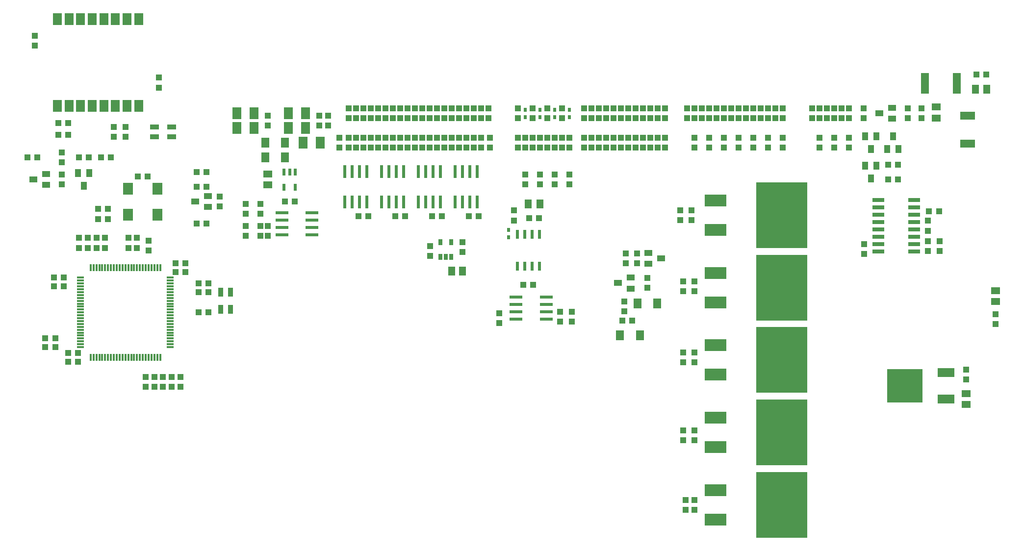
<source format=gtp>
G75*
%MOIN*%
%OFA0B0*%
%FSLAX25Y25*%
%IPPOS*%
%LPD*%
%AMOC8*
5,1,8,0,0,1.08239X$1,22.5*
%
%ADD10R,0.05906X0.05118*%
%ADD11R,0.03937X0.04331*%
%ADD12R,0.10236X0.05709*%
%ADD13R,0.05512X0.14016*%
%ADD14R,0.24409X0.22835*%
%ADD15R,0.11811X0.06299*%
%ADD16R,0.08661X0.02362*%
%ADD17R,0.04331X0.03937*%
%ADD18R,0.02362X0.04724*%
%ADD19R,0.05512X0.07087*%
%ADD20R,0.02362X0.08661*%
%ADD21R,0.05512X0.03937*%
%ADD22R,0.15000X0.08200*%
%ADD23R,0.35000X0.45000*%
%ADD24R,0.02400X0.06000*%
%ADD25R,0.01969X0.02756*%
%ADD26R,0.05118X0.05906*%
%ADD27R,0.01181X0.04724*%
%ADD28R,0.04724X0.01181*%
%ADD29R,0.07087X0.07874*%
%ADD30R,0.04134X0.04252*%
%ADD31R,0.03937X0.05512*%
%ADD32R,0.05906X0.07874*%
%ADD33R,0.05906X0.03543*%
%ADD34R,0.05118X0.06299*%
%ADD35R,0.08000X0.02600*%
%ADD36R,0.04252X0.04134*%
%ADD37R,0.03543X0.05906*%
%ADD38R,0.02700X0.03900*%
D10*
X0255902Y0340567D03*
X0255902Y0348047D03*
X0710277Y0386192D03*
X0710277Y0393672D03*
X0750705Y0268795D03*
X0750705Y0261315D03*
X0730705Y0198795D03*
X0730705Y0191315D03*
D11*
X0730705Y0208441D03*
X0730705Y0215134D03*
X0750705Y0245961D03*
X0750705Y0252654D03*
X0661493Y0293756D03*
X0661493Y0300449D03*
X0677556Y0344307D03*
X0684249Y0344307D03*
X0684249Y0354307D03*
X0677556Y0354307D03*
X0650902Y0365961D03*
X0640902Y0365961D03*
X0640902Y0372654D03*
X0650902Y0372654D03*
X0645902Y0385961D03*
X0635902Y0385961D03*
X0625902Y0385961D03*
X0625902Y0392654D03*
X0635902Y0392654D03*
X0645902Y0392654D03*
X0630902Y0372654D03*
X0630902Y0365961D03*
X0605902Y0365961D03*
X0595902Y0365961D03*
X0585902Y0365961D03*
X0575902Y0365961D03*
X0575902Y0372654D03*
X0585902Y0372654D03*
X0595902Y0372654D03*
X0605902Y0372654D03*
X0600902Y0385961D03*
X0590902Y0385961D03*
X0590902Y0392654D03*
X0600902Y0392654D03*
X0580902Y0392654D03*
X0570902Y0392654D03*
X0560902Y0392654D03*
X0550902Y0392654D03*
X0550902Y0385961D03*
X0560902Y0385961D03*
X0570902Y0385961D03*
X0580902Y0385961D03*
X0565902Y0372654D03*
X0555902Y0372654D03*
X0545902Y0372654D03*
X0545902Y0365961D03*
X0555902Y0365961D03*
X0565902Y0365961D03*
X0540902Y0385961D03*
X0540902Y0392654D03*
X0520902Y0392654D03*
X0510902Y0392654D03*
X0510902Y0385961D03*
X0520902Y0385961D03*
X0515902Y0372654D03*
X0505902Y0372654D03*
X0495902Y0372654D03*
X0485902Y0372654D03*
X0485902Y0365961D03*
X0495902Y0365961D03*
X0505902Y0365961D03*
X0515902Y0365961D03*
X0525902Y0365961D03*
X0525902Y0372654D03*
X0500902Y0385961D03*
X0490902Y0385961D03*
X0480902Y0385961D03*
X0470902Y0385961D03*
X0470902Y0392654D03*
X0480902Y0392654D03*
X0490902Y0392654D03*
X0500902Y0392654D03*
X0475902Y0372654D03*
X0475902Y0365961D03*
X0460902Y0365961D03*
X0450902Y0365961D03*
X0440902Y0365961D03*
X0430902Y0365961D03*
X0430902Y0372654D03*
X0440902Y0372654D03*
X0450902Y0372654D03*
X0460902Y0372654D03*
X0455902Y0385961D03*
X0445902Y0385961D03*
X0445902Y0392654D03*
X0455902Y0392654D03*
X0435902Y0392654D03*
X0425902Y0392654D03*
X0425902Y0385961D03*
X0435902Y0385961D03*
X0405902Y0385961D03*
X0405902Y0392654D03*
X0395902Y0392654D03*
X0385902Y0392654D03*
X0375902Y0392654D03*
X0365902Y0392654D03*
X0365902Y0385961D03*
X0375902Y0385961D03*
X0385902Y0385961D03*
X0395902Y0385961D03*
X0395902Y0372654D03*
X0390902Y0372654D03*
X0385902Y0372654D03*
X0375902Y0372654D03*
X0365902Y0372654D03*
X0365902Y0365961D03*
X0375902Y0365961D03*
X0385902Y0365961D03*
X0390902Y0365961D03*
X0395902Y0365961D03*
X0355902Y0365961D03*
X0345902Y0365961D03*
X0335902Y0365961D03*
X0325902Y0365961D03*
X0315902Y0365961D03*
X0315902Y0372654D03*
X0325902Y0372654D03*
X0335902Y0372654D03*
X0345902Y0372654D03*
X0355902Y0372654D03*
X0355902Y0385961D03*
X0345902Y0385961D03*
X0335902Y0385961D03*
X0325902Y0385961D03*
X0315902Y0385961D03*
X0315902Y0392654D03*
X0325902Y0392654D03*
X0335902Y0392654D03*
X0345902Y0392654D03*
X0355902Y0392654D03*
X0423264Y0323205D03*
X0423264Y0316512D03*
X0388269Y0301758D03*
X0388269Y0295065D03*
X0366444Y0292358D03*
X0366444Y0299051D03*
X0413422Y0253323D03*
X0413422Y0246630D03*
X0496847Y0248323D03*
X0503540Y0248323D03*
X0700277Y0385961D03*
X0700277Y0392654D03*
X0255902Y0312654D03*
X0255902Y0305961D03*
X0223402Y0325961D03*
X0223402Y0332654D03*
X0174997Y0302575D03*
X0174997Y0295882D03*
X0167123Y0297850D03*
X0161217Y0297850D03*
X0161217Y0304543D03*
X0167123Y0304543D03*
X0145469Y0304543D03*
X0145469Y0297850D03*
X0133658Y0297850D03*
X0127753Y0297850D03*
X0127753Y0304543D03*
X0133658Y0304543D03*
X0147438Y0317535D03*
X0147438Y0324228D03*
X0149249Y0359307D03*
X0142556Y0359307D03*
X0134249Y0359307D03*
X0127556Y0359307D03*
X0120351Y0374780D03*
X0113658Y0374780D03*
X0113658Y0382654D03*
X0120351Y0382654D03*
X0099249Y0359307D03*
X0092556Y0359307D03*
X0209052Y0273638D03*
X0209052Y0267732D03*
X0215745Y0267732D03*
X0215745Y0273638D03*
X0215745Y0253953D03*
X0209052Y0253953D03*
X0196650Y0210055D03*
X0190745Y0210055D03*
X0184839Y0210055D03*
X0184839Y0203362D03*
X0190745Y0203362D03*
X0196650Y0203362D03*
D12*
X0731581Y0368594D03*
X0731581Y0387845D03*
D13*
X0724313Y0409829D03*
X0702817Y0409829D03*
D14*
X0688855Y0203913D03*
D15*
X0717123Y0194937D03*
X0717123Y0212890D03*
D16*
X0445312Y0249366D03*
X0445312Y0254366D03*
X0445312Y0259366D03*
X0445312Y0264366D03*
X0424839Y0264366D03*
X0424839Y0259366D03*
X0424839Y0254366D03*
X0424839Y0249366D03*
X0286138Y0306807D03*
X0286138Y0311807D03*
X0286138Y0316807D03*
X0286138Y0321807D03*
X0265666Y0321807D03*
X0265666Y0316807D03*
X0265666Y0311807D03*
X0265666Y0306807D03*
D17*
X0250902Y0305961D03*
X0250902Y0312654D03*
X0250902Y0320961D03*
X0250902Y0327654D03*
X0240902Y0327654D03*
X0240902Y0320961D03*
X0240902Y0312654D03*
X0240902Y0305961D03*
X0214249Y0314307D03*
X0207556Y0314307D03*
X0207556Y0339307D03*
X0214249Y0339307D03*
X0214249Y0349307D03*
X0207556Y0349307D03*
X0159327Y0373402D03*
X0159327Y0380094D03*
X0151453Y0380094D03*
X0151453Y0373402D03*
X0115902Y0362654D03*
X0115902Y0355961D03*
X0115902Y0347654D03*
X0115902Y0340961D03*
X0140548Y0324228D03*
X0140548Y0317535D03*
X0139564Y0304543D03*
X0139564Y0297850D03*
X0117320Y0277575D03*
X0117320Y0271669D03*
X0110627Y0271669D03*
X0110627Y0277575D03*
X0120469Y0226394D03*
X0120469Y0220488D03*
X0127162Y0220488D03*
X0127162Y0226394D03*
X0193304Y0281512D03*
X0193304Y0287417D03*
X0199997Y0287417D03*
X0199997Y0281512D03*
X0267556Y0329307D03*
X0274249Y0329307D03*
X0317556Y0319307D03*
X0324249Y0319307D03*
X0342556Y0319307D03*
X0349249Y0319307D03*
X0367556Y0319307D03*
X0374249Y0319307D03*
X0392556Y0319307D03*
X0399249Y0319307D03*
X0433698Y0317890D03*
X0440390Y0317890D03*
X0440902Y0340961D03*
X0430902Y0340961D03*
X0430902Y0347654D03*
X0440902Y0347654D03*
X0450902Y0347654D03*
X0460902Y0347654D03*
X0460902Y0340961D03*
X0450902Y0340961D03*
X0445902Y0365961D03*
X0455902Y0365961D03*
X0455902Y0372654D03*
X0445902Y0372654D03*
X0435902Y0372654D03*
X0425902Y0372654D03*
X0425902Y0365961D03*
X0435902Y0365961D03*
X0407152Y0365961D03*
X0400902Y0365961D03*
X0400902Y0372654D03*
X0407152Y0372654D03*
X0400902Y0385961D03*
X0390902Y0385961D03*
X0380902Y0385961D03*
X0380902Y0392654D03*
X0390902Y0392654D03*
X0400902Y0392654D03*
X0380902Y0372654D03*
X0380902Y0365961D03*
X0370902Y0365961D03*
X0360902Y0365961D03*
X0350902Y0365961D03*
X0340902Y0365961D03*
X0340902Y0372654D03*
X0350902Y0372654D03*
X0360902Y0372654D03*
X0370902Y0372654D03*
X0370902Y0385961D03*
X0360902Y0385961D03*
X0350902Y0385961D03*
X0340902Y0385961D03*
X0340902Y0392654D03*
X0350902Y0392654D03*
X0360902Y0392654D03*
X0370902Y0392654D03*
X0330902Y0392654D03*
X0320902Y0392654D03*
X0310902Y0392654D03*
X0310902Y0385961D03*
X0320902Y0385961D03*
X0330902Y0385961D03*
X0330902Y0372654D03*
X0320902Y0372654D03*
X0310902Y0372654D03*
X0304652Y0372654D03*
X0297152Y0380961D03*
X0290902Y0380961D03*
X0290902Y0387654D03*
X0297152Y0387654D03*
X0304652Y0365961D03*
X0310902Y0365961D03*
X0320902Y0365961D03*
X0330902Y0365961D03*
X0255902Y0380961D03*
X0255902Y0387654D03*
X0181965Y0406866D03*
X0181965Y0413559D03*
X0097792Y0435291D03*
X0097792Y0441984D03*
X0429760Y0272614D03*
X0436453Y0272614D03*
X0454760Y0254307D03*
X0454760Y0247614D03*
X0462635Y0247614D03*
X0462635Y0254307D03*
X0498225Y0254819D03*
X0498225Y0261512D03*
X0513973Y0270567D03*
X0513973Y0277260D03*
X0507083Y0287299D03*
X0507083Y0293992D03*
X0499209Y0293992D03*
X0499209Y0287299D03*
X0538186Y0275094D03*
X0538186Y0268402D03*
X0546060Y0268402D03*
X0546060Y0275094D03*
X0544091Y0316630D03*
X0544091Y0323323D03*
X0536217Y0323323D03*
X0536217Y0316630D03*
X0520902Y0365961D03*
X0510902Y0365961D03*
X0510902Y0372654D03*
X0520902Y0372654D03*
X0515902Y0385961D03*
X0505902Y0385961D03*
X0495902Y0385961D03*
X0485902Y0385961D03*
X0485902Y0392654D03*
X0495902Y0392654D03*
X0505902Y0392654D03*
X0515902Y0392654D03*
X0525902Y0392654D03*
X0525902Y0385961D03*
X0545902Y0385961D03*
X0555902Y0385961D03*
X0565902Y0385961D03*
X0565902Y0392654D03*
X0555902Y0392654D03*
X0545902Y0392654D03*
X0575902Y0392654D03*
X0585902Y0392654D03*
X0595902Y0392654D03*
X0605902Y0392654D03*
X0605902Y0385961D03*
X0595902Y0385961D03*
X0585902Y0385961D03*
X0575902Y0385961D03*
X0630902Y0385961D03*
X0630902Y0392654D03*
X0640902Y0392654D03*
X0650902Y0392654D03*
X0660902Y0392654D03*
X0660902Y0385961D03*
X0650902Y0385961D03*
X0640902Y0385961D03*
X0690902Y0385961D03*
X0690902Y0392654D03*
X0737556Y0415557D03*
X0744249Y0415557D03*
X0500902Y0372654D03*
X0490902Y0372654D03*
X0480902Y0372654D03*
X0470902Y0372654D03*
X0470902Y0365961D03*
X0480902Y0365961D03*
X0490902Y0365961D03*
X0500902Y0365961D03*
X0475902Y0385961D03*
X0475902Y0392654D03*
X0538186Y0226866D03*
X0538186Y0220173D03*
X0546060Y0220173D03*
X0546060Y0226866D03*
X0546060Y0173717D03*
X0538186Y0173717D03*
X0538186Y0167024D03*
X0546060Y0167024D03*
X0546060Y0126472D03*
X0540154Y0126472D03*
X0540154Y0119780D03*
X0546060Y0119780D03*
D18*
X0274642Y0339165D03*
X0267162Y0339165D03*
X0267162Y0349449D03*
X0270902Y0349449D03*
X0274642Y0349449D03*
D19*
X0267595Y0359307D03*
X0267595Y0369307D03*
X0254209Y0369307D03*
X0254209Y0359307D03*
X0495469Y0238480D03*
X0508855Y0238480D03*
X0507280Y0260134D03*
X0520666Y0260134D03*
D20*
X0398402Y0329071D03*
X0393402Y0329071D03*
X0388402Y0329071D03*
X0383402Y0329071D03*
X0373402Y0329071D03*
X0368402Y0329071D03*
X0363402Y0329071D03*
X0358402Y0329071D03*
X0348402Y0329071D03*
X0343402Y0329071D03*
X0338402Y0329071D03*
X0333402Y0329071D03*
X0323402Y0329071D03*
X0318402Y0329071D03*
X0313402Y0329071D03*
X0308402Y0329071D03*
X0308402Y0349543D03*
X0313402Y0349543D03*
X0318402Y0349543D03*
X0323402Y0349543D03*
X0333402Y0349543D03*
X0338402Y0349543D03*
X0343402Y0349543D03*
X0348402Y0349543D03*
X0358402Y0349543D03*
X0363402Y0349543D03*
X0368402Y0349543D03*
X0373402Y0349543D03*
X0383402Y0349543D03*
X0388402Y0349543D03*
X0393402Y0349543D03*
X0398402Y0349543D03*
D21*
X0502556Y0277654D03*
X0493894Y0273913D03*
X0502556Y0270173D03*
X0514564Y0286906D03*
X0514564Y0294386D03*
X0523225Y0290646D03*
X0671572Y0389307D03*
X0680233Y0385567D03*
X0680233Y0393047D03*
X0215233Y0333047D03*
X0206572Y0329307D03*
X0215233Y0325567D03*
X0105233Y0340567D03*
X0105233Y0348047D03*
X0096572Y0344307D03*
D22*
X0560272Y0329976D03*
X0560272Y0309976D03*
X0560272Y0280764D03*
X0560272Y0260764D03*
X0560272Y0231551D03*
X0560272Y0211551D03*
X0560272Y0182339D03*
X0560272Y0162339D03*
X0560272Y0133126D03*
X0560272Y0113126D03*
D23*
X0605272Y0123126D03*
X0605272Y0172339D03*
X0605272Y0221551D03*
X0605272Y0270764D03*
X0605272Y0319976D03*
D24*
X0440607Y0307036D03*
X0435607Y0307036D03*
X0430607Y0307036D03*
X0425607Y0307036D03*
X0425607Y0285436D03*
X0430607Y0285436D03*
X0435607Y0285436D03*
X0440607Y0285436D03*
D25*
X0419620Y0304898D03*
X0419620Y0310016D03*
X0430902Y0386551D03*
X0430902Y0391669D03*
X0440902Y0391669D03*
X0440902Y0386551D03*
X0450902Y0386551D03*
X0450902Y0391669D03*
X0460902Y0391669D03*
X0460902Y0386551D03*
D26*
X0388447Y0282191D03*
X0380966Y0282191D03*
X0737162Y0405557D03*
X0744642Y0405557D03*
D27*
X0182871Y0284465D03*
X0180902Y0284465D03*
X0178934Y0284465D03*
X0176965Y0284465D03*
X0174997Y0284465D03*
X0173028Y0284465D03*
X0171060Y0284465D03*
X0169091Y0284465D03*
X0167123Y0284465D03*
X0165154Y0284465D03*
X0163186Y0284465D03*
X0161217Y0284465D03*
X0159249Y0284465D03*
X0157280Y0284465D03*
X0155312Y0284465D03*
X0153343Y0284465D03*
X0151375Y0284465D03*
X0149406Y0284465D03*
X0147438Y0284465D03*
X0145469Y0284465D03*
X0143501Y0284465D03*
X0141532Y0284465D03*
X0139564Y0284465D03*
X0137595Y0284465D03*
X0135627Y0284465D03*
X0135627Y0223441D03*
X0137595Y0223441D03*
X0139564Y0223441D03*
X0141532Y0223441D03*
X0143501Y0223441D03*
X0145469Y0223441D03*
X0147438Y0223441D03*
X0149406Y0223441D03*
X0151375Y0223441D03*
X0153343Y0223441D03*
X0155312Y0223441D03*
X0157280Y0223441D03*
X0159249Y0223441D03*
X0161217Y0223441D03*
X0163186Y0223441D03*
X0165154Y0223441D03*
X0167123Y0223441D03*
X0169091Y0223441D03*
X0171060Y0223441D03*
X0173028Y0223441D03*
X0174997Y0223441D03*
X0176965Y0223441D03*
X0178934Y0223441D03*
X0180902Y0223441D03*
X0182871Y0223441D03*
D28*
X0189760Y0230331D03*
X0189760Y0232299D03*
X0189760Y0234268D03*
X0189760Y0236236D03*
X0189760Y0238205D03*
X0189760Y0240173D03*
X0189760Y0242142D03*
X0189760Y0244110D03*
X0189760Y0246079D03*
X0189760Y0248047D03*
X0189760Y0250016D03*
X0189760Y0251984D03*
X0189760Y0253953D03*
X0189760Y0255921D03*
X0189760Y0257890D03*
X0189760Y0259858D03*
X0189760Y0261827D03*
X0189760Y0263795D03*
X0189760Y0265764D03*
X0189760Y0267732D03*
X0189760Y0269701D03*
X0189760Y0271669D03*
X0189760Y0273638D03*
X0189760Y0275606D03*
X0189760Y0277575D03*
X0128737Y0277575D03*
X0128737Y0275606D03*
X0128737Y0273638D03*
X0128737Y0271669D03*
X0128737Y0269701D03*
X0128737Y0267732D03*
X0128737Y0265764D03*
X0128737Y0263795D03*
X0128737Y0261827D03*
X0128737Y0259858D03*
X0128737Y0257890D03*
X0128737Y0255921D03*
X0128737Y0253953D03*
X0128737Y0251984D03*
X0128737Y0250016D03*
X0128737Y0248047D03*
X0128737Y0246079D03*
X0128737Y0244110D03*
X0128737Y0242142D03*
X0128737Y0240173D03*
X0128737Y0238205D03*
X0128737Y0236236D03*
X0128737Y0234268D03*
X0128737Y0232299D03*
X0128737Y0230331D03*
D29*
X0160902Y0320380D03*
X0180902Y0320380D03*
X0180902Y0337880D03*
X0160902Y0337880D03*
D30*
X0167615Y0346472D03*
X0174505Y0346472D03*
X0111512Y0236236D03*
X0111512Y0230331D03*
X0104623Y0230331D03*
X0104623Y0236236D03*
X0705292Y0322693D03*
X0712182Y0322693D03*
D31*
X0665902Y0344976D03*
X0662162Y0353638D03*
X0669642Y0353638D03*
X0665902Y0364976D03*
X0677162Y0364976D03*
X0684642Y0364976D03*
X0680902Y0373638D03*
X0669642Y0373638D03*
X0662162Y0373638D03*
X0134642Y0348638D03*
X0127162Y0348638D03*
X0130902Y0339976D03*
D32*
X0128816Y0394465D03*
X0136690Y0394465D03*
X0144564Y0394465D03*
X0152438Y0394465D03*
X0160312Y0394465D03*
X0168186Y0394465D03*
X0120942Y0394465D03*
X0113068Y0394465D03*
X0113068Y0453520D03*
X0120942Y0453520D03*
X0128816Y0453520D03*
X0136690Y0453520D03*
X0144564Y0453520D03*
X0152438Y0453520D03*
X0160312Y0453520D03*
X0168186Y0453520D03*
X0234997Y0389307D03*
X0246808Y0389307D03*
X0246808Y0379307D03*
X0234997Y0379307D03*
X0269997Y0379307D03*
X0281808Y0379307D03*
X0281808Y0389307D03*
X0269997Y0389307D03*
X0279997Y0369307D03*
X0291808Y0369307D03*
D33*
X0190784Y0373283D03*
X0190784Y0379976D03*
X0178973Y0379976D03*
X0178973Y0373283D03*
D34*
X0433107Y0327732D03*
X0440981Y0327732D03*
D35*
X0671046Y0325350D03*
X0671046Y0320350D03*
X0671046Y0315350D03*
X0671046Y0310350D03*
X0671046Y0305350D03*
X0671046Y0300350D03*
X0671046Y0295350D03*
X0695246Y0295350D03*
X0695246Y0300350D03*
X0695246Y0305350D03*
X0695246Y0310350D03*
X0695246Y0315350D03*
X0695246Y0320350D03*
X0695246Y0325350D03*
X0695246Y0330350D03*
X0671046Y0330350D03*
D36*
X0173028Y0203264D03*
X0178934Y0203264D03*
X0178934Y0210154D03*
X0173028Y0210154D03*
X0704800Y0295626D03*
X0712674Y0295626D03*
X0712674Y0302516D03*
X0704800Y0302516D03*
X0704800Y0309406D03*
X0704800Y0316295D03*
D37*
X0230656Y0267772D03*
X0223963Y0267772D03*
X0223963Y0255961D03*
X0230656Y0255961D03*
D38*
X0373314Y0291837D03*
X0377064Y0291837D03*
X0380814Y0291837D03*
X0380814Y0301837D03*
X0373314Y0301837D03*
M02*

</source>
